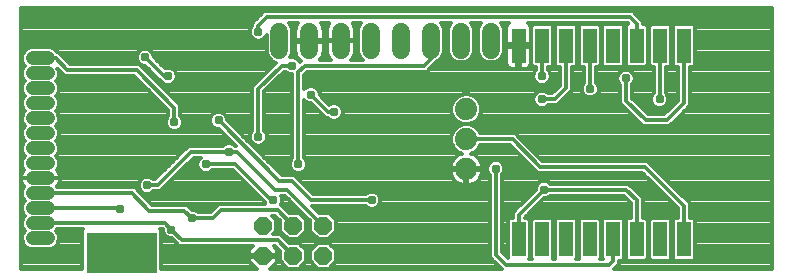
<source format=gbl>
G75*
%MOIN*%
%OFA0B0*%
%FSLAX25Y25*%
%IPPOS*%
%LPD*%
%AMOC8*
5,1,8,0,0,1.08239X$1,22.5*
%
%ADD10R,0.23622X0.13780*%
%ADD11OC8,0.06000*%
%ADD12C,0.04756*%
%ADD13C,0.06000*%
%ADD14R,0.04724X0.11811*%
%ADD15C,0.07400*%
%ADD16C,0.01400*%
%ADD17C,0.02800*%
%ADD18C,0.03100*%
D10*
X0053210Y0016232D03*
D11*
X0100406Y0015167D03*
X0110406Y0015167D03*
X0120406Y0015167D03*
X0120406Y0025167D03*
X0110406Y0025167D03*
X0100406Y0025167D03*
D12*
X0028471Y0025957D02*
X0023715Y0025957D01*
X0023715Y0020957D02*
X0028471Y0020957D01*
X0028471Y0030957D02*
X0023715Y0030957D01*
X0023715Y0035957D02*
X0028471Y0035957D01*
X0028471Y0040957D02*
X0023715Y0040957D01*
X0023715Y0045957D02*
X0028471Y0045957D01*
X0028471Y0050957D02*
X0023715Y0050957D01*
X0023715Y0055957D02*
X0028471Y0055957D01*
X0028471Y0060957D02*
X0023715Y0060957D01*
X0023715Y0065957D02*
X0028471Y0065957D01*
X0028471Y0070957D02*
X0023715Y0070957D01*
X0023715Y0075957D02*
X0028471Y0075957D01*
X0028471Y0080957D02*
X0023715Y0080957D01*
D13*
X0105779Y0083777D02*
X0105779Y0089777D01*
X0115779Y0089777D02*
X0115779Y0083777D01*
X0126280Y0083922D02*
X0126280Y0089922D01*
X0136280Y0089922D02*
X0136280Y0083922D01*
X0146280Y0083922D02*
X0146280Y0089922D01*
X0156280Y0089922D02*
X0156280Y0083922D01*
X0166280Y0083922D02*
X0166280Y0089922D01*
X0176280Y0089922D02*
X0176280Y0083922D01*
D14*
X0185497Y0085212D03*
X0193371Y0085212D03*
X0201245Y0085212D03*
X0209119Y0085212D03*
X0216993Y0085212D03*
X0224867Y0085212D03*
X0232741Y0085212D03*
X0240615Y0085212D03*
X0240615Y0020645D03*
X0232741Y0020645D03*
X0224867Y0020645D03*
X0216993Y0020645D03*
X0209119Y0020645D03*
X0201245Y0020645D03*
X0193371Y0020645D03*
X0185497Y0020645D03*
D15*
X0168080Y0044022D03*
X0168080Y0054022D03*
X0168080Y0064022D03*
D16*
X0019612Y0097741D02*
X0019612Y0010685D01*
X0040099Y0010685D01*
X0040099Y0023660D01*
X0040396Y0023957D01*
X0031623Y0023957D01*
X0031589Y0023874D01*
X0031172Y0023457D01*
X0031589Y0023041D01*
X0032149Y0021689D01*
X0032149Y0020226D01*
X0031589Y0018874D01*
X0030554Y0017839D01*
X0029202Y0017279D01*
X0022983Y0017279D01*
X0021631Y0017839D01*
X0020597Y0018874D01*
X0020037Y0020226D01*
X0020037Y0021689D01*
X0020597Y0023041D01*
X0021013Y0023457D01*
X0020597Y0023874D01*
X0020037Y0025226D01*
X0020037Y0026689D01*
X0020597Y0028041D01*
X0021013Y0028457D01*
X0020597Y0028874D01*
X0020037Y0030226D01*
X0020037Y0031689D01*
X0020597Y0033041D01*
X0021013Y0033457D01*
X0020597Y0033874D01*
X0020037Y0035226D01*
X0020037Y0036689D01*
X0020597Y0038041D01*
X0020730Y0038174D01*
X0020604Y0038301D01*
X0020227Y0038820D01*
X0019935Y0039392D01*
X0019737Y0040002D01*
X0019637Y0040636D01*
X0019637Y0040957D01*
X0026092Y0040957D01*
X0026092Y0040957D01*
X0019637Y0040957D01*
X0019637Y0041278D01*
X0019737Y0041912D01*
X0019935Y0042523D01*
X0020227Y0043095D01*
X0020604Y0043614D01*
X0020730Y0043740D01*
X0020597Y0043874D01*
X0020037Y0045226D01*
X0020037Y0046689D01*
X0020597Y0048041D01*
X0021013Y0048457D01*
X0020597Y0048874D01*
X0020037Y0050226D01*
X0020037Y0051689D01*
X0020597Y0053041D01*
X0021013Y0053457D01*
X0020597Y0053874D01*
X0020037Y0055226D01*
X0020037Y0056689D01*
X0020597Y0058041D01*
X0021013Y0058457D01*
X0020597Y0058874D01*
X0020037Y0060226D01*
X0020037Y0061689D01*
X0020597Y0063041D01*
X0021013Y0063457D01*
X0020597Y0063874D01*
X0020037Y0065226D01*
X0020037Y0066689D01*
X0020597Y0068041D01*
X0021013Y0068457D01*
X0020597Y0068874D01*
X0020037Y0070226D01*
X0020037Y0071689D01*
X0020597Y0073041D01*
X0021013Y0073457D01*
X0020597Y0073874D01*
X0020037Y0075226D01*
X0020037Y0076689D01*
X0020597Y0078041D01*
X0021013Y0078457D01*
X0020597Y0078874D01*
X0020037Y0080226D01*
X0020037Y0081689D01*
X0020597Y0083041D01*
X0021631Y0084075D01*
X0022983Y0084635D01*
X0029202Y0084635D01*
X0030554Y0084075D01*
X0031589Y0083041D01*
X0031623Y0082957D01*
X0032073Y0082957D01*
X0035908Y0079122D01*
X0059008Y0079122D01*
X0071608Y0066522D01*
X0072780Y0065350D01*
X0072780Y0061652D01*
X0073196Y0061236D01*
X0073630Y0060189D01*
X0073630Y0059055D01*
X0073196Y0058007D01*
X0072394Y0057206D01*
X0071347Y0056772D01*
X0070213Y0056772D01*
X0069166Y0057206D01*
X0068364Y0058007D01*
X0067930Y0059055D01*
X0067930Y0060189D01*
X0068364Y0061236D01*
X0068780Y0061652D01*
X0068780Y0063693D01*
X0057352Y0075122D01*
X0034252Y0075122D01*
X0033080Y0076293D01*
X0031769Y0077604D01*
X0032149Y0076689D01*
X0032149Y0075226D01*
X0031589Y0073874D01*
X0031172Y0073457D01*
X0031589Y0073041D01*
X0032149Y0071689D01*
X0032149Y0070226D01*
X0031589Y0068874D01*
X0031172Y0068457D01*
X0031589Y0068041D01*
X0032149Y0066689D01*
X0032149Y0065226D01*
X0031589Y0063874D01*
X0031172Y0063457D01*
X0031589Y0063041D01*
X0032149Y0061689D01*
X0032149Y0060226D01*
X0031589Y0058874D01*
X0031172Y0058457D01*
X0031589Y0058041D01*
X0032149Y0056689D01*
X0032149Y0055226D01*
X0031589Y0053874D01*
X0031172Y0053457D01*
X0031589Y0053041D01*
X0032149Y0051689D01*
X0032149Y0050226D01*
X0031589Y0048874D01*
X0031172Y0048457D01*
X0031589Y0048041D01*
X0032149Y0046689D01*
X0032149Y0045226D01*
X0031589Y0043874D01*
X0031455Y0043740D01*
X0031581Y0043614D01*
X0031958Y0043095D01*
X0032250Y0042523D01*
X0032448Y0041912D01*
X0032549Y0041278D01*
X0032549Y0040957D01*
X0026093Y0040957D01*
X0026093Y0040957D01*
X0032549Y0040957D01*
X0032549Y0040636D01*
X0032448Y0040002D01*
X0032250Y0039392D01*
X0031958Y0038820D01*
X0031581Y0038301D01*
X0031455Y0038174D01*
X0031589Y0038041D01*
X0031623Y0037957D01*
X0057473Y0037957D01*
X0063208Y0032222D01*
X0074808Y0032222D01*
X0076558Y0030472D01*
X0077147Y0030472D01*
X0078194Y0030038D01*
X0078611Y0029622D01*
X0082752Y0029622D01*
X0085452Y0032322D01*
X0100980Y0032322D01*
X0100980Y0032793D01*
X0100909Y0032964D01*
X0090252Y0043622D01*
X0083311Y0043622D01*
X0082894Y0043206D01*
X0081847Y0042772D01*
X0080713Y0042772D01*
X0079666Y0043206D01*
X0078864Y0044007D01*
X0078430Y0045055D01*
X0078430Y0046189D01*
X0078864Y0047236D01*
X0079450Y0047822D01*
X0077208Y0047822D01*
X0066008Y0036622D01*
X0063711Y0036622D01*
X0063294Y0036206D01*
X0062247Y0035772D01*
X0061113Y0035772D01*
X0060066Y0036206D01*
X0059264Y0037007D01*
X0058830Y0038055D01*
X0058830Y0039189D01*
X0059264Y0040236D01*
X0060066Y0041038D01*
X0061113Y0041472D01*
X0062247Y0041472D01*
X0063294Y0041038D01*
X0063711Y0040622D01*
X0064352Y0040622D01*
X0074380Y0050650D01*
X0075552Y0051822D01*
X0086950Y0051822D01*
X0087366Y0052238D01*
X0088413Y0052672D01*
X0089547Y0052672D01*
X0090594Y0052238D01*
X0091011Y0051822D01*
X0091152Y0051822D01*
X0085502Y0057472D01*
X0084913Y0057472D01*
X0083866Y0057906D01*
X0083064Y0058707D01*
X0082630Y0059755D01*
X0082630Y0060889D01*
X0083064Y0061936D01*
X0083866Y0062738D01*
X0084913Y0063172D01*
X0086047Y0063172D01*
X0087094Y0062738D01*
X0087896Y0061936D01*
X0088330Y0060889D01*
X0088330Y0060300D01*
X0106608Y0042022D01*
X0110808Y0042022D01*
X0111980Y0040850D01*
X0117108Y0035722D01*
X0134550Y0035722D01*
X0134966Y0036138D01*
X0136013Y0036572D01*
X0137147Y0036572D01*
X0138194Y0036138D01*
X0138996Y0035336D01*
X0139430Y0034289D01*
X0139430Y0033155D01*
X0138996Y0032107D01*
X0138194Y0031306D01*
X0137147Y0030872D01*
X0136013Y0030872D01*
X0134966Y0031306D01*
X0134550Y0031722D01*
X0116679Y0031722D01*
X0118934Y0029467D01*
X0122187Y0029467D01*
X0124706Y0026948D01*
X0124706Y0023386D01*
X0122187Y0020867D01*
X0118625Y0020867D01*
X0116106Y0023386D01*
X0116106Y0026638D01*
X0107522Y0035222D01*
X0106143Y0035222D01*
X0106530Y0034289D01*
X0106530Y0033155D01*
X0106154Y0032247D01*
X0107251Y0031150D01*
X0107251Y0031150D01*
X0108934Y0029467D01*
X0112187Y0029467D01*
X0114706Y0026948D01*
X0114706Y0023386D01*
X0112187Y0020867D01*
X0108625Y0020867D01*
X0106106Y0023386D01*
X0106106Y0026638D01*
X0104422Y0028322D01*
X0103332Y0028322D01*
X0104706Y0026948D01*
X0104706Y0023386D01*
X0103742Y0022422D01*
X0105979Y0022422D01*
X0107151Y0021250D01*
X0108934Y0019467D01*
X0112187Y0019467D01*
X0114706Y0016948D01*
X0114706Y0013386D01*
X0112187Y0010867D01*
X0108625Y0010867D01*
X0106106Y0013386D01*
X0106106Y0016638D01*
X0104322Y0018422D01*
X0103798Y0018422D01*
X0105106Y0017113D01*
X0105106Y0015467D01*
X0100706Y0015467D01*
X0100706Y0014867D01*
X0105106Y0014867D01*
X0105106Y0013220D01*
X0102571Y0010685D01*
X0179889Y0010685D01*
X0177052Y0013522D01*
X0175880Y0014693D01*
X0175880Y0042191D01*
X0175464Y0042607D01*
X0175030Y0043655D01*
X0175030Y0044789D01*
X0175464Y0045836D01*
X0176266Y0046638D01*
X0177313Y0047072D01*
X0178447Y0047072D01*
X0179494Y0046638D01*
X0180296Y0045836D01*
X0180730Y0044789D01*
X0180730Y0043655D01*
X0180296Y0042607D01*
X0179880Y0042191D01*
X0179880Y0016350D01*
X0181834Y0014396D01*
X0181834Y0027089D01*
X0182596Y0027850D01*
X0183497Y0027850D01*
X0183497Y0029567D01*
X0184668Y0030738D01*
X0191130Y0037200D01*
X0191130Y0037789D01*
X0191564Y0038836D01*
X0192366Y0039638D01*
X0193413Y0040072D01*
X0194547Y0040072D01*
X0195594Y0039638D01*
X0196011Y0039222D01*
X0222108Y0039222D01*
X0223280Y0038050D01*
X0226867Y0034464D01*
X0226867Y0027850D01*
X0227767Y0027850D01*
X0228529Y0027089D01*
X0228529Y0014201D01*
X0227767Y0013439D01*
X0221966Y0013439D01*
X0221204Y0014201D01*
X0221204Y0027089D01*
X0221966Y0027850D01*
X0222867Y0027850D01*
X0222867Y0032807D01*
X0220452Y0035222D01*
X0196011Y0035222D01*
X0195594Y0034806D01*
X0194547Y0034372D01*
X0193958Y0034372D01*
X0187497Y0027910D01*
X0187497Y0027850D01*
X0188397Y0027850D01*
X0189159Y0027089D01*
X0189159Y0014201D01*
X0188980Y0014022D01*
X0189887Y0014022D01*
X0189708Y0014201D01*
X0189708Y0027089D01*
X0190470Y0027850D01*
X0196271Y0027850D01*
X0197033Y0027089D01*
X0197033Y0014201D01*
X0196854Y0014022D01*
X0197761Y0014022D01*
X0197582Y0014201D01*
X0197582Y0027089D01*
X0198344Y0027850D01*
X0204145Y0027850D01*
X0204907Y0027089D01*
X0204907Y0014201D01*
X0204728Y0014022D01*
X0205635Y0014022D01*
X0205456Y0014201D01*
X0205456Y0027089D01*
X0206218Y0027850D01*
X0212019Y0027850D01*
X0212781Y0027089D01*
X0212781Y0014201D01*
X0212602Y0014022D01*
X0213509Y0014022D01*
X0213330Y0014201D01*
X0213330Y0027089D01*
X0214092Y0027850D01*
X0219893Y0027850D01*
X0220655Y0027089D01*
X0220655Y0014201D01*
X0219893Y0013439D01*
X0218993Y0013439D01*
X0218993Y0012506D01*
X0217821Y0011334D01*
X0217171Y0010685D01*
X0270054Y0010685D01*
X0270054Y0097741D01*
X0019612Y0097741D01*
X0019612Y0096888D02*
X0270054Y0096888D01*
X0270054Y0095489D02*
X0224641Y0095489D01*
X0225695Y0094435D02*
X0223508Y0096622D01*
X0100752Y0096622D01*
X0096780Y0092650D01*
X0096780Y0091752D01*
X0096364Y0091336D01*
X0095930Y0090289D01*
X0095930Y0089155D01*
X0096364Y0088107D01*
X0097166Y0087306D01*
X0098213Y0086872D01*
X0099347Y0086872D01*
X0100394Y0087306D01*
X0101196Y0088107D01*
X0101479Y0088791D01*
X0101479Y0082922D01*
X0102134Y0081341D01*
X0103343Y0080132D01*
X0104700Y0079570D01*
X0097952Y0072822D01*
X0096780Y0071650D01*
X0096780Y0056752D01*
X0096364Y0056336D01*
X0095930Y0055289D01*
X0095930Y0054155D01*
X0096364Y0053107D01*
X0097166Y0052306D01*
X0098213Y0051872D01*
X0099347Y0051872D01*
X0100394Y0052306D01*
X0101196Y0053107D01*
X0101630Y0054155D01*
X0101630Y0055289D01*
X0101196Y0056336D01*
X0100780Y0056752D01*
X0100780Y0069993D01*
X0107308Y0076522D01*
X0107950Y0076522D01*
X0108366Y0076106D01*
X0109413Y0075672D01*
X0110080Y0075672D01*
X0110080Y0047652D01*
X0109664Y0047236D01*
X0109230Y0046189D01*
X0109230Y0045055D01*
X0109664Y0044007D01*
X0110466Y0043206D01*
X0111513Y0042772D01*
X0112647Y0042772D01*
X0113694Y0043206D01*
X0114496Y0044007D01*
X0114930Y0045055D01*
X0114930Y0046189D01*
X0114496Y0047236D01*
X0114080Y0047652D01*
X0114080Y0066991D01*
X0114666Y0066406D01*
X0115713Y0065972D01*
X0116302Y0065972D01*
X0121152Y0061122D01*
X0121950Y0061122D01*
X0122366Y0060706D01*
X0123413Y0060272D01*
X0124547Y0060272D01*
X0125594Y0060706D01*
X0126396Y0061507D01*
X0126830Y0062555D01*
X0126830Y0063689D01*
X0126396Y0064736D01*
X0125594Y0065538D01*
X0124547Y0065972D01*
X0123413Y0065972D01*
X0122384Y0065546D01*
X0119130Y0068800D01*
X0119130Y0069389D01*
X0118696Y0070436D01*
X0117894Y0071238D01*
X0116847Y0071672D01*
X0115713Y0071672D01*
X0114666Y0071238D01*
X0114080Y0070652D01*
X0114080Y0075593D01*
X0115008Y0076522D01*
X0154908Y0076522D01*
X0157108Y0078722D01*
X0158280Y0079893D01*
X0158280Y0080096D01*
X0158716Y0080276D01*
X0159925Y0081486D01*
X0160580Y0083066D01*
X0160580Y0090777D01*
X0159925Y0092358D01*
X0159661Y0092622D01*
X0162899Y0092622D01*
X0162635Y0092358D01*
X0161980Y0090777D01*
X0161980Y0083066D01*
X0162635Y0081486D01*
X0163844Y0080276D01*
X0165425Y0079622D01*
X0167135Y0079622D01*
X0168716Y0080276D01*
X0169925Y0081486D01*
X0170580Y0083066D01*
X0170580Y0090777D01*
X0169925Y0092358D01*
X0169661Y0092622D01*
X0172899Y0092622D01*
X0172635Y0092358D01*
X0171980Y0090777D01*
X0171980Y0083066D01*
X0172635Y0081486D01*
X0173844Y0080276D01*
X0175425Y0079622D01*
X0177135Y0079622D01*
X0178716Y0080276D01*
X0179925Y0081486D01*
X0180580Y0083066D01*
X0180580Y0090777D01*
X0179925Y0092358D01*
X0179661Y0092622D01*
X0182341Y0092622D01*
X0182091Y0092477D01*
X0181774Y0092161D01*
X0181550Y0091773D01*
X0181434Y0091341D01*
X0181434Y0085693D01*
X0185015Y0085693D01*
X0185015Y0084730D01*
X0185978Y0084730D01*
X0185978Y0085693D01*
X0189559Y0085693D01*
X0189559Y0091341D01*
X0189443Y0091773D01*
X0189219Y0092161D01*
X0188903Y0092477D01*
X0188652Y0092622D01*
X0221852Y0092622D01*
X0222056Y0092417D01*
X0221966Y0092417D01*
X0221204Y0091656D01*
X0221204Y0078768D01*
X0221966Y0078006D01*
X0227767Y0078006D01*
X0228529Y0078768D01*
X0228529Y0091656D01*
X0227767Y0092417D01*
X0226867Y0092417D01*
X0226867Y0093264D01*
X0225695Y0094435D01*
X0226039Y0094091D02*
X0270054Y0094091D01*
X0270054Y0092692D02*
X0226867Y0092692D01*
X0224867Y0092435D02*
X0224867Y0085212D01*
X0228529Y0085700D02*
X0229078Y0085700D01*
X0229078Y0087098D02*
X0228529Y0087098D01*
X0228529Y0088497D02*
X0229078Y0088497D01*
X0229078Y0089895D02*
X0228529Y0089895D01*
X0228529Y0091294D02*
X0229078Y0091294D01*
X0229078Y0091656D02*
X0229078Y0078768D01*
X0229840Y0078006D01*
X0230480Y0078006D01*
X0230480Y0069352D01*
X0230064Y0068936D01*
X0229630Y0067889D01*
X0229630Y0066755D01*
X0230064Y0065707D01*
X0230866Y0064906D01*
X0231913Y0064472D01*
X0233047Y0064472D01*
X0234094Y0064906D01*
X0234896Y0065707D01*
X0235330Y0066755D01*
X0235330Y0067889D01*
X0234896Y0068936D01*
X0234480Y0069352D01*
X0234480Y0078006D01*
X0235641Y0078006D01*
X0236403Y0078768D01*
X0236403Y0091656D01*
X0235641Y0092417D01*
X0229840Y0092417D01*
X0229078Y0091656D01*
X0224867Y0092435D02*
X0222680Y0094622D01*
X0101580Y0094622D01*
X0098780Y0091822D01*
X0098780Y0089722D01*
X0096203Y0088497D02*
X0019612Y0088497D01*
X0019612Y0087098D02*
X0097666Y0087098D01*
X0099894Y0087098D02*
X0101479Y0087098D01*
X0101479Y0085700D02*
X0019612Y0085700D01*
X0019612Y0084301D02*
X0022177Y0084301D01*
X0020540Y0082903D02*
X0019612Y0082903D01*
X0019612Y0081504D02*
X0020037Y0081504D01*
X0020086Y0080106D02*
X0019612Y0080106D01*
X0019612Y0078707D02*
X0020763Y0078707D01*
X0020294Y0077309D02*
X0019612Y0077309D01*
X0019612Y0075910D02*
X0020037Y0075910D01*
X0020332Y0074512D02*
X0019612Y0074512D01*
X0019612Y0073113D02*
X0020669Y0073113D01*
X0020047Y0071715D02*
X0019612Y0071715D01*
X0019612Y0070316D02*
X0020037Y0070316D01*
X0019612Y0068918D02*
X0020578Y0068918D01*
X0020381Y0067519D02*
X0019612Y0067519D01*
X0019612Y0066121D02*
X0020037Y0066121D01*
X0020245Y0064722D02*
X0019612Y0064722D01*
X0019612Y0063324D02*
X0020880Y0063324D01*
X0020135Y0061925D02*
X0019612Y0061925D01*
X0019612Y0060527D02*
X0020037Y0060527D01*
X0019612Y0059128D02*
X0020491Y0059128D01*
X0020468Y0057730D02*
X0019612Y0057730D01*
X0019612Y0056331D02*
X0020037Y0056331D01*
X0020158Y0054933D02*
X0019612Y0054933D01*
X0019612Y0053534D02*
X0020936Y0053534D01*
X0020222Y0052136D02*
X0019612Y0052136D01*
X0019612Y0050737D02*
X0020037Y0050737D01*
X0020404Y0049339D02*
X0019612Y0049339D01*
X0019612Y0047940D02*
X0020555Y0047940D01*
X0020037Y0046542D02*
X0019612Y0046542D01*
X0019612Y0045143D02*
X0020071Y0045143D01*
X0019612Y0043745D02*
X0020726Y0043745D01*
X0019878Y0042346D02*
X0019612Y0042346D01*
X0019612Y0040948D02*
X0019637Y0040948D01*
X0019612Y0039549D02*
X0019884Y0039549D01*
X0019612Y0038151D02*
X0020707Y0038151D01*
X0020063Y0036752D02*
X0019612Y0036752D01*
X0019612Y0035354D02*
X0020037Y0035354D01*
X0019612Y0033955D02*
X0020563Y0033955D01*
X0020396Y0032556D02*
X0019612Y0032556D01*
X0019612Y0031158D02*
X0020037Y0031158D01*
X0020230Y0029759D02*
X0019612Y0029759D01*
X0019612Y0028361D02*
X0020917Y0028361D01*
X0020150Y0026962D02*
X0019612Y0026962D01*
X0019612Y0025564D02*
X0020037Y0025564D01*
X0019612Y0024165D02*
X0020476Y0024165D01*
X0020483Y0022767D02*
X0019612Y0022767D01*
X0019612Y0021368D02*
X0020037Y0021368D01*
X0020143Y0019970D02*
X0019612Y0019970D01*
X0019612Y0018571D02*
X0020899Y0018571D01*
X0019612Y0017173D02*
X0040099Y0017173D01*
X0040099Y0018571D02*
X0031286Y0018571D01*
X0032043Y0019970D02*
X0040099Y0019970D01*
X0040099Y0021368D02*
X0032149Y0021368D01*
X0031702Y0022767D02*
X0040099Y0022767D01*
X0026093Y0025957D02*
X0067645Y0025957D01*
X0069780Y0023822D01*
X0073180Y0020422D01*
X0105151Y0020422D01*
X0110406Y0015167D01*
X0106106Y0015774D02*
X0105106Y0015774D01*
X0105106Y0014376D02*
X0106106Y0014376D01*
X0106514Y0012977D02*
X0104863Y0012977D01*
X0103465Y0011579D02*
X0107913Y0011579D01*
X0112899Y0011579D02*
X0117913Y0011579D01*
X0118625Y0010867D02*
X0122187Y0010867D01*
X0124706Y0013386D01*
X0124706Y0016948D01*
X0122187Y0019467D01*
X0118625Y0019467D01*
X0116106Y0016948D01*
X0116106Y0013386D01*
X0118625Y0010867D01*
X0116514Y0012977D02*
X0114298Y0012977D01*
X0114706Y0014376D02*
X0116106Y0014376D01*
X0116106Y0015774D02*
X0114706Y0015774D01*
X0114481Y0017173D02*
X0116331Y0017173D01*
X0117730Y0018571D02*
X0113082Y0018571D01*
X0108431Y0019970D02*
X0175880Y0019970D01*
X0175880Y0021368D02*
X0122689Y0021368D01*
X0124087Y0022767D02*
X0175880Y0022767D01*
X0179880Y0022767D02*
X0181834Y0022767D01*
X0181834Y0021368D02*
X0179880Y0021368D01*
X0179880Y0019970D02*
X0181834Y0019970D01*
X0185497Y0020645D02*
X0185497Y0028738D01*
X0193980Y0037222D01*
X0221280Y0037222D01*
X0224867Y0033635D01*
X0224867Y0020645D01*
X0228529Y0019970D02*
X0229078Y0019970D01*
X0229078Y0021368D02*
X0228529Y0021368D01*
X0228529Y0022767D02*
X0229078Y0022767D01*
X0229078Y0024165D02*
X0228529Y0024165D01*
X0228529Y0025564D02*
X0229078Y0025564D01*
X0229078Y0026962D02*
X0228529Y0026962D01*
X0229078Y0027089D02*
X0229840Y0027850D01*
X0235641Y0027850D01*
X0236403Y0027089D01*
X0236403Y0014201D01*
X0235641Y0013439D01*
X0229840Y0013439D01*
X0229078Y0014201D01*
X0229078Y0027089D01*
X0226867Y0028361D02*
X0238615Y0028361D01*
X0238615Y0027850D02*
X0237714Y0027850D01*
X0236952Y0027089D01*
X0236952Y0014201D01*
X0237714Y0013439D01*
X0243515Y0013439D01*
X0244277Y0014201D01*
X0244277Y0027089D01*
X0243515Y0027850D01*
X0242615Y0027850D01*
X0242615Y0032716D01*
X0228408Y0046922D01*
X0193408Y0046922D01*
X0184308Y0056022D01*
X0172664Y0056022D01*
X0172319Y0056854D01*
X0170912Y0058261D01*
X0169075Y0059022D01*
X0170912Y0059783D01*
X0172319Y0061189D01*
X0173080Y0063027D01*
X0173080Y0065016D01*
X0172319Y0066854D01*
X0170912Y0068261D01*
X0169075Y0069022D01*
X0167085Y0069022D01*
X0165248Y0068261D01*
X0163841Y0066854D01*
X0163080Y0065016D01*
X0163080Y0063027D01*
X0163841Y0061189D01*
X0165248Y0059783D01*
X0167085Y0059022D01*
X0169075Y0059022D01*
X0167085Y0059022D01*
X0165248Y0058261D01*
X0163841Y0056854D01*
X0163080Y0055016D01*
X0163080Y0053027D01*
X0163841Y0051189D01*
X0165248Y0049783D01*
X0166606Y0049221D01*
X0166007Y0049026D01*
X0165250Y0048640D01*
X0164562Y0048141D01*
X0163961Y0047540D01*
X0163462Y0046852D01*
X0163076Y0046095D01*
X0162813Y0045286D01*
X0162680Y0044447D01*
X0162680Y0044322D01*
X0167780Y0044322D01*
X0167780Y0043722D01*
X0162680Y0043722D01*
X0162680Y0043597D01*
X0162813Y0042757D01*
X0163076Y0041949D01*
X0163462Y0041192D01*
X0163961Y0040504D01*
X0164562Y0039903D01*
X0165250Y0039403D01*
X0166007Y0039017D01*
X0166816Y0038755D01*
X0167655Y0038622D01*
X0167780Y0038622D01*
X0167780Y0043722D01*
X0168380Y0043722D01*
X0168380Y0044322D01*
X0173480Y0044322D01*
X0173480Y0044447D01*
X0173347Y0045286D01*
X0173084Y0046095D01*
X0172698Y0046852D01*
X0172199Y0047540D01*
X0171598Y0048141D01*
X0170910Y0048640D01*
X0170153Y0049026D01*
X0169555Y0049221D01*
X0170912Y0049783D01*
X0172319Y0051189D01*
X0172664Y0052022D01*
X0182652Y0052022D01*
X0190580Y0044093D01*
X0191752Y0042922D01*
X0226752Y0042922D01*
X0238615Y0031059D01*
X0238615Y0027850D01*
X0236952Y0026962D02*
X0236403Y0026962D01*
X0236403Y0025564D02*
X0236952Y0025564D01*
X0236952Y0024165D02*
X0236403Y0024165D01*
X0236403Y0022767D02*
X0236952Y0022767D01*
X0236952Y0021368D02*
X0236403Y0021368D01*
X0236403Y0019970D02*
X0236952Y0019970D01*
X0236952Y0018571D02*
X0236403Y0018571D01*
X0236403Y0017173D02*
X0236952Y0017173D01*
X0236952Y0015774D02*
X0236403Y0015774D01*
X0236403Y0014376D02*
X0236952Y0014376D01*
X0229078Y0014376D02*
X0228529Y0014376D01*
X0228529Y0015774D02*
X0229078Y0015774D01*
X0229078Y0017173D02*
X0228529Y0017173D01*
X0228529Y0018571D02*
X0229078Y0018571D01*
X0221204Y0018571D02*
X0220655Y0018571D01*
X0220655Y0017173D02*
X0221204Y0017173D01*
X0221204Y0015774D02*
X0220655Y0015774D01*
X0220655Y0014376D02*
X0221204Y0014376D01*
X0218993Y0012977D02*
X0270054Y0012977D01*
X0270054Y0011579D02*
X0218065Y0011579D01*
X0216993Y0013334D02*
X0215680Y0012022D01*
X0181380Y0012022D01*
X0177880Y0015522D01*
X0177880Y0044222D01*
X0175177Y0045143D02*
X0173370Y0045143D01*
X0172857Y0046542D02*
X0176169Y0046542D01*
X0179591Y0046542D02*
X0188132Y0046542D01*
X0186733Y0047940D02*
X0171798Y0047940D01*
X0169839Y0049339D02*
X0185335Y0049339D01*
X0183936Y0050737D02*
X0171866Y0050737D01*
X0166321Y0049339D02*
X0114080Y0049339D01*
X0114080Y0050737D02*
X0164294Y0050737D01*
X0163449Y0052136D02*
X0114080Y0052136D01*
X0114080Y0053534D02*
X0163080Y0053534D01*
X0168080Y0054022D02*
X0183480Y0054022D01*
X0192580Y0044922D01*
X0227580Y0044922D01*
X0240615Y0031887D01*
X0240615Y0020645D01*
X0244277Y0019970D02*
X0270054Y0019970D01*
X0270054Y0021368D02*
X0244277Y0021368D01*
X0244277Y0022767D02*
X0270054Y0022767D01*
X0270054Y0024165D02*
X0244277Y0024165D01*
X0244277Y0025564D02*
X0270054Y0025564D01*
X0270054Y0026962D02*
X0244277Y0026962D01*
X0242615Y0028361D02*
X0270054Y0028361D01*
X0270054Y0029759D02*
X0242615Y0029759D01*
X0242615Y0031158D02*
X0270054Y0031158D01*
X0270054Y0032556D02*
X0242615Y0032556D01*
X0238515Y0031158D02*
X0226867Y0031158D01*
X0226867Y0032556D02*
X0237117Y0032556D01*
X0235718Y0033955D02*
X0226867Y0033955D01*
X0225977Y0035354D02*
X0234320Y0035354D01*
X0232921Y0036752D02*
X0224578Y0036752D01*
X0223180Y0038151D02*
X0231523Y0038151D01*
X0230124Y0039549D02*
X0195683Y0039549D01*
X0192277Y0039549D02*
X0179880Y0039549D01*
X0179880Y0040948D02*
X0228726Y0040948D01*
X0227327Y0042346D02*
X0180035Y0042346D01*
X0180730Y0043745D02*
X0190929Y0043745D01*
X0189530Y0045143D02*
X0180583Y0045143D01*
X0175030Y0043745D02*
X0168380Y0043745D01*
X0168380Y0043722D02*
X0173480Y0043722D01*
X0173480Y0043597D01*
X0173347Y0042757D01*
X0173084Y0041949D01*
X0172698Y0041192D01*
X0172199Y0040504D01*
X0171598Y0039903D01*
X0170910Y0039403D01*
X0170153Y0039017D01*
X0169345Y0038755D01*
X0168505Y0038622D01*
X0168380Y0038622D01*
X0168380Y0043722D01*
X0167780Y0043745D02*
X0114233Y0043745D01*
X0109927Y0043745D02*
X0104886Y0043745D01*
X0106284Y0042346D02*
X0162947Y0042346D01*
X0163639Y0040948D02*
X0111883Y0040948D01*
X0113281Y0039549D02*
X0165049Y0039549D01*
X0167780Y0039549D02*
X0168380Y0039549D01*
X0168380Y0040948D02*
X0167780Y0040948D01*
X0167780Y0042346D02*
X0168380Y0042346D01*
X0171111Y0039549D02*
X0175880Y0039549D01*
X0175880Y0040948D02*
X0172521Y0040948D01*
X0173213Y0042346D02*
X0175725Y0042346D01*
X0175880Y0038151D02*
X0114680Y0038151D01*
X0116078Y0036752D02*
X0175880Y0036752D01*
X0175880Y0035354D02*
X0138979Y0035354D01*
X0139430Y0033955D02*
X0175880Y0033955D01*
X0179880Y0033955D02*
X0187885Y0033955D01*
X0189283Y0035354D02*
X0179880Y0035354D01*
X0179880Y0036752D02*
X0190682Y0036752D01*
X0191280Y0038151D02*
X0179880Y0038151D01*
X0179880Y0032556D02*
X0186486Y0032556D01*
X0185088Y0031158D02*
X0179880Y0031158D01*
X0179880Y0029759D02*
X0183689Y0029759D01*
X0183497Y0028361D02*
X0179880Y0028361D01*
X0179880Y0026962D02*
X0181834Y0026962D01*
X0181834Y0025564D02*
X0179880Y0025564D01*
X0179880Y0024165D02*
X0181834Y0024165D01*
X0175880Y0024165D02*
X0124706Y0024165D01*
X0124706Y0025564D02*
X0175880Y0025564D01*
X0175880Y0026962D02*
X0124691Y0026962D01*
X0123293Y0028361D02*
X0175880Y0028361D01*
X0175880Y0029759D02*
X0118642Y0029759D01*
X0117243Y0031158D02*
X0135322Y0031158D01*
X0137838Y0031158D02*
X0175880Y0031158D01*
X0175880Y0032556D02*
X0139182Y0032556D01*
X0136580Y0033722D02*
X0116280Y0033722D01*
X0109980Y0040022D01*
X0105780Y0040022D01*
X0085480Y0060322D01*
X0082630Y0060527D02*
X0073490Y0060527D01*
X0072780Y0061925D02*
X0083059Y0061925D01*
X0087901Y0061925D02*
X0096780Y0061925D01*
X0096780Y0060527D02*
X0088330Y0060527D01*
X0089502Y0059128D02*
X0096780Y0059128D01*
X0096780Y0057730D02*
X0090901Y0057730D01*
X0092299Y0056331D02*
X0096362Y0056331D01*
X0095930Y0054933D02*
X0093698Y0054933D01*
X0095096Y0053534D02*
X0096187Y0053534D01*
X0096495Y0052136D02*
X0097576Y0052136D01*
X0097893Y0050737D02*
X0110080Y0050737D01*
X0110080Y0049339D02*
X0099292Y0049339D01*
X0100690Y0047940D02*
X0110080Y0047940D01*
X0109376Y0046542D02*
X0102089Y0046542D01*
X0103487Y0045143D02*
X0109230Y0045143D01*
X0112080Y0045622D02*
X0112080Y0076422D01*
X0114180Y0078522D01*
X0154080Y0078522D01*
X0156280Y0080722D01*
X0156280Y0086922D01*
X0160580Y0087098D02*
X0161980Y0087098D01*
X0161980Y0085700D02*
X0160580Y0085700D01*
X0160580Y0084301D02*
X0161980Y0084301D01*
X0162048Y0082903D02*
X0160512Y0082903D01*
X0159933Y0081504D02*
X0162627Y0081504D01*
X0164256Y0080106D02*
X0158304Y0080106D01*
X0157094Y0078707D02*
X0181535Y0078707D01*
X0181550Y0078650D02*
X0181774Y0078262D01*
X0182091Y0077946D01*
X0182478Y0077722D01*
X0182911Y0077606D01*
X0185015Y0077606D01*
X0185015Y0084730D01*
X0181434Y0084730D01*
X0181434Y0079082D01*
X0181550Y0078650D01*
X0185015Y0078707D02*
X0185978Y0078707D01*
X0185978Y0077606D02*
X0188083Y0077606D01*
X0188515Y0077722D01*
X0188903Y0077946D01*
X0189219Y0078262D01*
X0189443Y0078650D01*
X0189559Y0079082D01*
X0189559Y0084730D01*
X0185978Y0084730D01*
X0185978Y0077606D01*
X0189458Y0078707D02*
X0189769Y0078707D01*
X0189708Y0078768D02*
X0190470Y0078006D01*
X0191371Y0078006D01*
X0191371Y0077143D01*
X0190864Y0076636D01*
X0190430Y0075589D01*
X0190430Y0074455D01*
X0190864Y0073407D01*
X0191666Y0072606D01*
X0192713Y0072172D01*
X0193847Y0072172D01*
X0194894Y0072606D01*
X0195696Y0073407D01*
X0196130Y0074455D01*
X0196130Y0075589D01*
X0195696Y0076636D01*
X0195371Y0076962D01*
X0195371Y0078006D01*
X0196271Y0078006D01*
X0197033Y0078768D01*
X0197033Y0091656D01*
X0196271Y0092417D01*
X0190470Y0092417D01*
X0189708Y0091656D01*
X0189708Y0078768D01*
X0191371Y0077309D02*
X0155696Y0077309D01*
X0168304Y0080106D02*
X0174256Y0080106D01*
X0172627Y0081504D02*
X0169933Y0081504D01*
X0170512Y0082903D02*
X0172048Y0082903D01*
X0171980Y0084301D02*
X0170580Y0084301D01*
X0170580Y0085700D02*
X0171980Y0085700D01*
X0171980Y0087098D02*
X0170580Y0087098D01*
X0170580Y0088497D02*
X0171980Y0088497D01*
X0171980Y0089895D02*
X0170580Y0089895D01*
X0170366Y0091294D02*
X0172194Y0091294D01*
X0180366Y0091294D02*
X0181434Y0091294D01*
X0181434Y0089895D02*
X0180580Y0089895D01*
X0180580Y0088497D02*
X0181434Y0088497D01*
X0181434Y0087098D02*
X0180580Y0087098D01*
X0180580Y0085700D02*
X0181434Y0085700D01*
X0181434Y0084301D02*
X0180580Y0084301D01*
X0180512Y0082903D02*
X0181434Y0082903D01*
X0181434Y0081504D02*
X0179933Y0081504D01*
X0181434Y0080106D02*
X0178304Y0080106D01*
X0185015Y0080106D02*
X0185978Y0080106D01*
X0185978Y0081504D02*
X0185015Y0081504D01*
X0185015Y0082903D02*
X0185978Y0082903D01*
X0185978Y0084301D02*
X0185015Y0084301D01*
X0189559Y0084301D02*
X0189708Y0084301D01*
X0189708Y0082903D02*
X0189559Y0082903D01*
X0189559Y0081504D02*
X0189708Y0081504D01*
X0189708Y0080106D02*
X0189559Y0080106D01*
X0197033Y0080106D02*
X0197582Y0080106D01*
X0197582Y0081504D02*
X0197033Y0081504D01*
X0197033Y0082903D02*
X0197582Y0082903D01*
X0197582Y0084301D02*
X0197033Y0084301D01*
X0193371Y0085212D02*
X0193371Y0075112D01*
X0193280Y0075022D01*
X0190563Y0075910D02*
X0114397Y0075910D01*
X0114080Y0074512D02*
X0190430Y0074512D01*
X0191158Y0073113D02*
X0114080Y0073113D01*
X0114080Y0071715D02*
X0199045Y0071715D01*
X0199245Y0071915D02*
X0196652Y0069322D01*
X0195311Y0069322D01*
X0194894Y0069738D01*
X0193847Y0070172D01*
X0192713Y0070172D01*
X0191666Y0069738D01*
X0190864Y0068936D01*
X0190430Y0067889D01*
X0190430Y0066755D01*
X0190864Y0065707D01*
X0191666Y0064906D01*
X0192713Y0064472D01*
X0193847Y0064472D01*
X0194894Y0064906D01*
X0195311Y0065322D01*
X0198308Y0065322D01*
X0202073Y0069086D01*
X0203245Y0070258D01*
X0203245Y0078006D01*
X0204145Y0078006D01*
X0204907Y0078768D01*
X0204907Y0091656D01*
X0204145Y0092417D01*
X0198344Y0092417D01*
X0197582Y0091656D01*
X0197582Y0078768D01*
X0198344Y0078006D01*
X0199245Y0078006D01*
X0199245Y0071915D01*
X0199245Y0073113D02*
X0195402Y0073113D01*
X0196130Y0074512D02*
X0199245Y0074512D01*
X0199245Y0075910D02*
X0195997Y0075910D01*
X0195371Y0077309D02*
X0199245Y0077309D01*
X0197643Y0078707D02*
X0196973Y0078707D01*
X0203245Y0077309D02*
X0207380Y0077309D01*
X0207380Y0078006D02*
X0207380Y0072852D01*
X0206964Y0072436D01*
X0206530Y0071389D01*
X0206530Y0070255D01*
X0206964Y0069207D01*
X0207766Y0068406D01*
X0208813Y0067972D01*
X0209947Y0067972D01*
X0210994Y0068406D01*
X0211796Y0069207D01*
X0212230Y0070255D01*
X0212230Y0071389D01*
X0211796Y0072436D01*
X0211380Y0072852D01*
X0211380Y0078006D01*
X0212019Y0078006D01*
X0212781Y0078768D01*
X0212781Y0091656D01*
X0212019Y0092417D01*
X0206218Y0092417D01*
X0205456Y0091656D01*
X0205456Y0078768D01*
X0206218Y0078006D01*
X0207380Y0078006D01*
X0205517Y0078707D02*
X0204847Y0078707D01*
X0204907Y0080106D02*
X0205456Y0080106D01*
X0205456Y0081504D02*
X0204907Y0081504D01*
X0204907Y0082903D02*
X0205456Y0082903D01*
X0205456Y0084301D02*
X0204907Y0084301D01*
X0201245Y0085212D02*
X0201245Y0071086D01*
X0197480Y0067322D01*
X0193280Y0067322D01*
X0190693Y0066121D02*
X0172623Y0066121D01*
X0173080Y0064722D02*
X0192108Y0064722D01*
X0194452Y0064722D02*
X0220546Y0064722D01*
X0220483Y0064785D02*
X0226983Y0058285D01*
X0235640Y0058285D01*
X0236812Y0059456D01*
X0242615Y0065259D01*
X0242615Y0078006D01*
X0243515Y0078006D01*
X0244277Y0078768D01*
X0244277Y0091656D01*
X0243515Y0092417D01*
X0237714Y0092417D01*
X0236952Y0091656D01*
X0236952Y0078768D01*
X0237714Y0078006D01*
X0238615Y0078006D01*
X0238615Y0066916D01*
X0233983Y0062285D01*
X0228640Y0062285D01*
X0223312Y0067613D01*
X0223312Y0072323D01*
X0223696Y0072707D01*
X0224130Y0073755D01*
X0224130Y0074889D01*
X0223696Y0075936D01*
X0222894Y0076738D01*
X0221847Y0077172D01*
X0220713Y0077172D01*
X0219666Y0076738D01*
X0218864Y0075936D01*
X0218430Y0074889D01*
X0218430Y0073755D01*
X0218864Y0072707D01*
X0219312Y0072260D01*
X0219312Y0065956D01*
X0220483Y0064785D01*
X0219312Y0066121D02*
X0199107Y0066121D01*
X0200506Y0067519D02*
X0219312Y0067519D01*
X0219312Y0068918D02*
X0211507Y0068918D01*
X0212230Y0070316D02*
X0219312Y0070316D01*
X0219312Y0071715D02*
X0212095Y0071715D01*
X0211380Y0073113D02*
X0218696Y0073113D01*
X0221280Y0074322D02*
X0221312Y0074290D01*
X0221312Y0066785D01*
X0227812Y0060285D01*
X0234812Y0060285D01*
X0240615Y0066088D01*
X0240615Y0085212D01*
X0244277Y0085700D02*
X0270054Y0085700D01*
X0270054Y0087098D02*
X0244277Y0087098D01*
X0244277Y0088497D02*
X0270054Y0088497D01*
X0270054Y0089895D02*
X0244277Y0089895D01*
X0244277Y0091294D02*
X0270054Y0091294D01*
X0270054Y0084301D02*
X0244277Y0084301D01*
X0244277Y0082903D02*
X0270054Y0082903D01*
X0270054Y0081504D02*
X0244277Y0081504D01*
X0244277Y0080106D02*
X0270054Y0080106D01*
X0270054Y0078707D02*
X0244217Y0078707D01*
X0242615Y0077309D02*
X0270054Y0077309D01*
X0270054Y0075910D02*
X0242615Y0075910D01*
X0242615Y0074512D02*
X0270054Y0074512D01*
X0270054Y0073113D02*
X0242615Y0073113D01*
X0242615Y0071715D02*
X0270054Y0071715D01*
X0270054Y0070316D02*
X0242615Y0070316D01*
X0238615Y0070316D02*
X0234480Y0070316D01*
X0234480Y0071715D02*
X0238615Y0071715D01*
X0238615Y0073113D02*
X0234480Y0073113D01*
X0234480Y0074512D02*
X0238615Y0074512D01*
X0238615Y0075910D02*
X0234480Y0075910D01*
X0234480Y0077309D02*
X0238615Y0077309D01*
X0237013Y0078707D02*
X0236343Y0078707D01*
X0236403Y0080106D02*
X0236952Y0080106D01*
X0236952Y0081504D02*
X0236403Y0081504D01*
X0236403Y0082903D02*
X0236952Y0082903D01*
X0236952Y0084301D02*
X0236403Y0084301D01*
X0232741Y0085212D02*
X0232480Y0084951D01*
X0232480Y0067322D01*
X0229893Y0066121D02*
X0224804Y0066121D01*
X0223405Y0067519D02*
X0229630Y0067519D01*
X0230056Y0068918D02*
X0223312Y0068918D01*
X0223312Y0070316D02*
X0230480Y0070316D01*
X0230480Y0071715D02*
X0223312Y0071715D01*
X0223864Y0073113D02*
X0230480Y0073113D01*
X0230480Y0074512D02*
X0224130Y0074512D01*
X0223707Y0075910D02*
X0230480Y0075910D01*
X0230480Y0077309D02*
X0211380Y0077309D01*
X0211380Y0075910D02*
X0218853Y0075910D01*
X0218430Y0074512D02*
X0211380Y0074512D01*
X0207380Y0074512D02*
X0203245Y0074512D01*
X0203245Y0075910D02*
X0207380Y0075910D01*
X0212721Y0078707D02*
X0213391Y0078707D01*
X0213330Y0078768D02*
X0214092Y0078006D01*
X0219893Y0078006D01*
X0220655Y0078768D01*
X0220655Y0091656D01*
X0219893Y0092417D01*
X0214092Y0092417D01*
X0213330Y0091656D01*
X0213330Y0078768D01*
X0213330Y0080106D02*
X0212781Y0080106D01*
X0212781Y0081504D02*
X0213330Y0081504D01*
X0213330Y0082903D02*
X0212781Y0082903D01*
X0212781Y0084301D02*
X0213330Y0084301D01*
X0209380Y0084950D02*
X0209380Y0070822D01*
X0206665Y0071715D02*
X0203245Y0071715D01*
X0203245Y0073113D02*
X0207380Y0073113D01*
X0206530Y0070316D02*
X0203245Y0070316D01*
X0201904Y0068918D02*
X0207254Y0068918D01*
X0197646Y0070316D02*
X0118746Y0070316D01*
X0119130Y0068918D02*
X0166834Y0068918D01*
X0169326Y0068918D02*
X0190856Y0068918D01*
X0190430Y0067519D02*
X0171654Y0067519D01*
X0164506Y0067519D02*
X0120411Y0067519D01*
X0121809Y0066121D02*
X0163537Y0066121D01*
X0163080Y0064722D02*
X0126402Y0064722D01*
X0126830Y0063324D02*
X0163080Y0063324D01*
X0163536Y0061925D02*
X0126569Y0061925D01*
X0125162Y0060527D02*
X0164504Y0060527D01*
X0166829Y0059128D02*
X0114080Y0059128D01*
X0114080Y0057730D02*
X0164717Y0057730D01*
X0163625Y0056331D02*
X0114080Y0056331D01*
X0114080Y0054933D02*
X0163080Y0054933D01*
X0169331Y0059128D02*
X0226140Y0059128D01*
X0224741Y0060527D02*
X0171656Y0060527D01*
X0172624Y0061925D02*
X0223343Y0061925D01*
X0221944Y0063324D02*
X0173080Y0063324D01*
X0171443Y0057730D02*
X0270054Y0057730D01*
X0270054Y0059128D02*
X0236483Y0059128D01*
X0237882Y0060527D02*
X0270054Y0060527D01*
X0270054Y0061925D02*
X0239280Y0061925D01*
X0240679Y0063324D02*
X0270054Y0063324D01*
X0270054Y0064722D02*
X0242077Y0064722D01*
X0242615Y0066121D02*
X0270054Y0066121D01*
X0270054Y0067519D02*
X0242615Y0067519D01*
X0242615Y0068918D02*
X0270054Y0068918D01*
X0270054Y0056331D02*
X0172535Y0056331D01*
X0185398Y0054933D02*
X0270054Y0054933D01*
X0270054Y0053534D02*
X0186796Y0053534D01*
X0188195Y0052136D02*
X0270054Y0052136D01*
X0270054Y0050737D02*
X0189593Y0050737D01*
X0190992Y0049339D02*
X0270054Y0049339D01*
X0270054Y0047940D02*
X0192390Y0047940D01*
X0164362Y0047940D02*
X0114080Y0047940D01*
X0114784Y0046542D02*
X0163303Y0046542D01*
X0162790Y0045143D02*
X0114930Y0045143D01*
X0110080Y0052136D02*
X0099984Y0052136D01*
X0101373Y0053534D02*
X0110080Y0053534D01*
X0110080Y0054933D02*
X0101630Y0054933D01*
X0101198Y0056331D02*
X0110080Y0056331D01*
X0110080Y0057730D02*
X0100780Y0057730D01*
X0100780Y0059128D02*
X0110080Y0059128D01*
X0110080Y0060527D02*
X0100780Y0060527D01*
X0100780Y0061925D02*
X0110080Y0061925D01*
X0110080Y0063324D02*
X0100780Y0063324D01*
X0100780Y0064722D02*
X0110080Y0064722D01*
X0110080Y0066121D02*
X0100780Y0066121D01*
X0100780Y0067519D02*
X0110080Y0067519D01*
X0110080Y0068918D02*
X0100780Y0068918D01*
X0101103Y0070316D02*
X0110080Y0070316D01*
X0110080Y0071715D02*
X0102501Y0071715D01*
X0103900Y0073113D02*
X0110080Y0073113D01*
X0110080Y0074512D02*
X0105298Y0074512D01*
X0106697Y0075910D02*
X0108837Y0075910D01*
X0109980Y0078522D02*
X0106480Y0078522D01*
X0098780Y0070822D01*
X0098780Y0054722D01*
X0090838Y0052136D02*
X0090697Y0052136D01*
X0089439Y0053534D02*
X0031249Y0053534D01*
X0031963Y0052136D02*
X0087263Y0052136D01*
X0088980Y0049822D02*
X0076380Y0049822D01*
X0065180Y0038622D01*
X0061680Y0038622D01*
X0058979Y0039549D02*
X0032301Y0039549D01*
X0032549Y0040948D02*
X0059975Y0040948D01*
X0063385Y0040948D02*
X0064677Y0040948D01*
X0066076Y0042346D02*
X0032307Y0042346D01*
X0031459Y0043745D02*
X0067474Y0043745D01*
X0068873Y0045143D02*
X0032114Y0045143D01*
X0032149Y0046542D02*
X0070271Y0046542D01*
X0071670Y0047940D02*
X0031630Y0047940D01*
X0031781Y0049339D02*
X0073068Y0049339D01*
X0074467Y0050737D02*
X0032149Y0050737D01*
X0032027Y0054933D02*
X0088041Y0054933D01*
X0086642Y0056331D02*
X0032149Y0056331D01*
X0031717Y0057730D02*
X0068642Y0057730D01*
X0067930Y0059128D02*
X0031694Y0059128D01*
X0032149Y0060527D02*
X0068070Y0060527D01*
X0068780Y0061925D02*
X0032051Y0061925D01*
X0031305Y0063324D02*
X0068780Y0063324D01*
X0070780Y0064522D02*
X0070780Y0059622D01*
X0073630Y0059128D02*
X0082890Y0059128D01*
X0084290Y0057730D02*
X0072918Y0057730D01*
X0072780Y0063324D02*
X0096780Y0063324D01*
X0096780Y0064722D02*
X0072780Y0064722D01*
X0072009Y0066121D02*
X0096780Y0066121D01*
X0096780Y0067519D02*
X0070611Y0067519D01*
X0069212Y0068918D02*
X0096780Y0068918D01*
X0096780Y0070316D02*
X0067814Y0070316D01*
X0068113Y0072172D02*
X0069247Y0072172D01*
X0070294Y0072606D01*
X0071096Y0073407D01*
X0071530Y0074455D01*
X0071530Y0075589D01*
X0071096Y0076636D01*
X0070294Y0077438D01*
X0069247Y0077872D01*
X0068113Y0077872D01*
X0067509Y0077621D01*
X0063830Y0081300D01*
X0063830Y0081889D01*
X0063396Y0082936D01*
X0062594Y0083738D01*
X0061547Y0084172D01*
X0060413Y0084172D01*
X0059366Y0083738D01*
X0058564Y0082936D01*
X0058130Y0081889D01*
X0058130Y0080755D01*
X0058564Y0079707D01*
X0059366Y0078906D01*
X0060413Y0078472D01*
X0061002Y0078472D01*
X0065280Y0074193D01*
X0066452Y0073022D01*
X0066650Y0073022D01*
X0067066Y0072606D01*
X0068113Y0072172D01*
X0066415Y0071715D02*
X0096845Y0071715D01*
X0098243Y0073113D02*
X0070802Y0073113D01*
X0066360Y0073113D02*
X0065017Y0073113D01*
X0060759Y0071715D02*
X0032138Y0071715D01*
X0032149Y0070316D02*
X0062157Y0070316D01*
X0063556Y0068918D02*
X0031607Y0068918D01*
X0031805Y0067519D02*
X0064954Y0067519D01*
X0066353Y0066121D02*
X0032149Y0066121D01*
X0031940Y0064722D02*
X0067751Y0064722D01*
X0070780Y0064522D02*
X0058180Y0077122D01*
X0035080Y0077122D01*
X0031245Y0080957D01*
X0026093Y0080957D01*
X0032127Y0082903D02*
X0058550Y0082903D01*
X0058130Y0081504D02*
X0033526Y0081504D01*
X0034924Y0080106D02*
X0058399Y0080106D01*
X0060980Y0081322D02*
X0067280Y0075022D01*
X0068680Y0075022D01*
X0071397Y0075910D02*
X0101040Y0075910D01*
X0099642Y0074512D02*
X0071530Y0074512D01*
X0070423Y0077309D02*
X0102439Y0077309D01*
X0103837Y0078707D02*
X0066423Y0078707D01*
X0065024Y0080106D02*
X0103405Y0080106D01*
X0102066Y0081504D02*
X0063830Y0081504D01*
X0063410Y0082903D02*
X0101487Y0082903D01*
X0101479Y0084301D02*
X0030008Y0084301D01*
X0031892Y0077309D02*
X0032065Y0077309D01*
X0032149Y0075910D02*
X0033463Y0075910D01*
X0031853Y0074512D02*
X0057962Y0074512D01*
X0062220Y0075910D02*
X0063563Y0075910D01*
X0063618Y0074512D02*
X0064962Y0074512D01*
X0062165Y0077309D02*
X0060821Y0077309D01*
X0059844Y0078707D02*
X0059423Y0078707D01*
X0059360Y0073113D02*
X0031516Y0073113D01*
X0019612Y0089895D02*
X0095930Y0089895D01*
X0096346Y0091294D02*
X0019612Y0091294D01*
X0019612Y0092692D02*
X0096822Y0092692D01*
X0098221Y0094091D02*
X0019612Y0094091D01*
X0019612Y0095489D02*
X0099619Y0095489D01*
X0109015Y0092622D02*
X0112037Y0092622D01*
X0111759Y0092240D01*
X0111424Y0091581D01*
X0111195Y0090877D01*
X0111079Y0090147D01*
X0111079Y0087077D01*
X0115479Y0087077D01*
X0115479Y0086477D01*
X0111079Y0086477D01*
X0111079Y0083407D01*
X0111195Y0082676D01*
X0111424Y0081973D01*
X0111759Y0081314D01*
X0112194Y0080715D01*
X0112717Y0080192D01*
X0112894Y0080064D01*
X0112563Y0079733D01*
X0112396Y0080136D01*
X0111594Y0080938D01*
X0110547Y0081372D01*
X0109437Y0081372D01*
X0110079Y0082922D01*
X0110079Y0090632D01*
X0109425Y0092213D01*
X0109015Y0092622D01*
X0109805Y0091294D02*
X0111330Y0091294D01*
X0111079Y0089895D02*
X0110079Y0089895D01*
X0110079Y0088497D02*
X0111079Y0088497D01*
X0111079Y0087098D02*
X0110079Y0087098D01*
X0110079Y0085700D02*
X0111079Y0085700D01*
X0111079Y0084301D02*
X0110079Y0084301D01*
X0110071Y0082903D02*
X0111159Y0082903D01*
X0111662Y0081504D02*
X0109492Y0081504D01*
X0112409Y0080106D02*
X0112836Y0080106D01*
X0119171Y0080522D02*
X0119364Y0080715D01*
X0119799Y0081314D01*
X0120135Y0081973D01*
X0120363Y0082676D01*
X0120479Y0083407D01*
X0120479Y0086477D01*
X0116079Y0086477D01*
X0116079Y0087077D01*
X0120479Y0087077D01*
X0120479Y0090147D01*
X0120363Y0090877D01*
X0120135Y0091581D01*
X0119799Y0092240D01*
X0119522Y0092622D01*
X0122432Y0092622D01*
X0122260Y0092385D01*
X0121924Y0091726D01*
X0121696Y0091022D01*
X0121580Y0090292D01*
X0121580Y0087222D01*
X0125980Y0087222D01*
X0125980Y0086622D01*
X0121580Y0086622D01*
X0121580Y0083552D01*
X0121696Y0082821D01*
X0121924Y0082118D01*
X0122260Y0081458D01*
X0122695Y0080860D01*
X0123033Y0080522D01*
X0119171Y0080522D01*
X0119896Y0081504D02*
X0122237Y0081504D01*
X0121683Y0082903D02*
X0120399Y0082903D01*
X0120479Y0084301D02*
X0121580Y0084301D01*
X0121580Y0085700D02*
X0120479Y0085700D01*
X0120479Y0087098D02*
X0125980Y0087098D01*
X0126580Y0087098D02*
X0131980Y0087098D01*
X0130980Y0087222D02*
X0130980Y0090292D01*
X0130864Y0091022D01*
X0130636Y0091726D01*
X0130300Y0092385D01*
X0130128Y0092622D01*
X0132899Y0092622D01*
X0132635Y0092358D01*
X0131980Y0090777D01*
X0131980Y0083066D01*
X0132635Y0081486D01*
X0133599Y0080522D01*
X0129527Y0080522D01*
X0129865Y0080860D01*
X0130300Y0081458D01*
X0130636Y0082118D01*
X0130864Y0082821D01*
X0130980Y0083552D01*
X0130980Y0086622D01*
X0126580Y0086622D01*
X0126580Y0087222D01*
X0130980Y0087222D01*
X0130980Y0088497D02*
X0131980Y0088497D01*
X0131980Y0089895D02*
X0130980Y0089895D01*
X0130776Y0091294D02*
X0132194Y0091294D01*
X0121784Y0091294D02*
X0120228Y0091294D01*
X0120479Y0089895D02*
X0121580Y0089895D01*
X0121580Y0088497D02*
X0120479Y0088497D01*
X0130980Y0085700D02*
X0131980Y0085700D01*
X0131980Y0084301D02*
X0130980Y0084301D01*
X0130877Y0082903D02*
X0132048Y0082903D01*
X0132627Y0081504D02*
X0130323Y0081504D01*
X0101479Y0088497D02*
X0101357Y0088497D01*
X0116280Y0068822D02*
X0121980Y0063122D01*
X0123980Y0063122D01*
X0120348Y0061925D02*
X0114080Y0061925D01*
X0114080Y0060527D02*
X0122798Y0060527D01*
X0118950Y0063324D02*
X0114080Y0063324D01*
X0114080Y0064722D02*
X0117551Y0064722D01*
X0115353Y0066121D02*
X0114080Y0066121D01*
X0091780Y0049822D02*
X0088980Y0049822D01*
X0091780Y0049822D02*
X0104380Y0037222D01*
X0108351Y0037222D01*
X0120406Y0025167D01*
X0116106Y0025564D02*
X0114706Y0025564D01*
X0114691Y0026962D02*
X0115782Y0026962D01*
X0114383Y0028361D02*
X0113293Y0028361D01*
X0112985Y0029759D02*
X0108642Y0029759D01*
X0107243Y0031158D02*
X0111586Y0031158D01*
X0110188Y0032556D02*
X0106282Y0032556D01*
X0103680Y0033722D02*
X0102980Y0033722D01*
X0091080Y0045622D01*
X0081280Y0045622D01*
X0078576Y0046542D02*
X0075928Y0046542D01*
X0074530Y0045143D02*
X0078430Y0045143D01*
X0079127Y0043745D02*
X0073131Y0043745D01*
X0071733Y0042346D02*
X0091527Y0042346D01*
X0092926Y0040948D02*
X0070334Y0040948D01*
X0068936Y0039549D02*
X0094324Y0039549D01*
X0095723Y0038151D02*
X0067537Y0038151D01*
X0066139Y0036752D02*
X0097121Y0036752D01*
X0098520Y0035354D02*
X0060077Y0035354D01*
X0059519Y0036752D02*
X0058678Y0036752D01*
X0058830Y0038151D02*
X0031479Y0038151D01*
X0026093Y0035957D02*
X0056645Y0035957D01*
X0062380Y0030222D01*
X0073980Y0030222D01*
X0076580Y0027622D01*
X0083580Y0027622D01*
X0086280Y0030322D01*
X0105251Y0030322D01*
X0110406Y0025167D01*
X0106106Y0025564D02*
X0104706Y0025564D01*
X0104691Y0026962D02*
X0105782Y0026962D01*
X0106106Y0024165D02*
X0104706Y0024165D01*
X0104087Y0022767D02*
X0106725Y0022767D01*
X0107033Y0021368D02*
X0108123Y0021368D01*
X0112689Y0021368D02*
X0118123Y0021368D01*
X0116725Y0022767D02*
X0114087Y0022767D01*
X0114706Y0024165D02*
X0116106Y0024165D01*
X0123082Y0018571D02*
X0175880Y0018571D01*
X0175880Y0017173D02*
X0124481Y0017173D01*
X0124706Y0015774D02*
X0175880Y0015774D01*
X0176198Y0014376D02*
X0124706Y0014376D01*
X0124298Y0012977D02*
X0177596Y0012977D01*
X0178995Y0011579D02*
X0122899Y0011579D01*
X0105571Y0017173D02*
X0105047Y0017173D01*
X0100106Y0015467D02*
X0100106Y0014867D01*
X0095706Y0014867D01*
X0095706Y0013220D01*
X0098241Y0010685D01*
X0066321Y0010685D01*
X0066321Y0023660D01*
X0066024Y0023957D01*
X0066816Y0023957D01*
X0066930Y0023843D01*
X0066930Y0023255D01*
X0067364Y0022207D01*
X0068166Y0021406D01*
X0069213Y0020972D01*
X0069802Y0020972D01*
X0072352Y0018422D01*
X0097014Y0018422D01*
X0095706Y0017113D01*
X0095706Y0015467D01*
X0100106Y0015467D01*
X0095706Y0015774D02*
X0066321Y0015774D01*
X0066321Y0014376D02*
X0095706Y0014376D01*
X0095949Y0012977D02*
X0066321Y0012977D01*
X0066321Y0011579D02*
X0097347Y0011579D01*
X0095765Y0017173D02*
X0066321Y0017173D01*
X0066321Y0018571D02*
X0072202Y0018571D01*
X0070803Y0019970D02*
X0066321Y0019970D01*
X0066321Y0021368D02*
X0068256Y0021368D01*
X0067132Y0022767D02*
X0066321Y0022767D01*
X0078473Y0029759D02*
X0082889Y0029759D01*
X0084288Y0031158D02*
X0075872Y0031158D01*
X0062874Y0032556D02*
X0100980Y0032556D01*
X0102980Y0033022D02*
X0103680Y0033722D01*
X0106530Y0033955D02*
X0108789Y0033955D01*
X0099918Y0033955D02*
X0061475Y0033955D01*
X0052580Y0030922D02*
X0052545Y0030957D01*
X0026093Y0030957D01*
X0019612Y0015774D02*
X0040099Y0015774D01*
X0040099Y0014376D02*
X0019612Y0014376D01*
X0019612Y0012977D02*
X0040099Y0012977D01*
X0040099Y0011579D02*
X0019612Y0011579D01*
X0179880Y0017173D02*
X0181834Y0017173D01*
X0181834Y0018571D02*
X0179880Y0018571D01*
X0180456Y0015774D02*
X0181834Y0015774D01*
X0189159Y0015774D02*
X0189708Y0015774D01*
X0189708Y0014376D02*
X0189159Y0014376D01*
X0189159Y0017173D02*
X0189708Y0017173D01*
X0189708Y0018571D02*
X0189159Y0018571D01*
X0189159Y0019970D02*
X0189708Y0019970D01*
X0189708Y0021368D02*
X0189159Y0021368D01*
X0189159Y0022767D02*
X0189708Y0022767D01*
X0189708Y0024165D02*
X0189159Y0024165D01*
X0189159Y0025564D02*
X0189708Y0025564D01*
X0189708Y0026962D02*
X0189159Y0026962D01*
X0187948Y0028361D02*
X0222867Y0028361D01*
X0221204Y0026962D02*
X0220655Y0026962D01*
X0220655Y0025564D02*
X0221204Y0025564D01*
X0221204Y0024165D02*
X0220655Y0024165D01*
X0220655Y0022767D02*
X0221204Y0022767D01*
X0221204Y0021368D02*
X0220655Y0021368D01*
X0220655Y0019970D02*
X0221204Y0019970D01*
X0216993Y0020645D02*
X0216993Y0013334D01*
X0213330Y0014376D02*
X0212781Y0014376D01*
X0212781Y0015774D02*
X0213330Y0015774D01*
X0213330Y0017173D02*
X0212781Y0017173D01*
X0212781Y0018571D02*
X0213330Y0018571D01*
X0213330Y0019970D02*
X0212781Y0019970D01*
X0212781Y0021368D02*
X0213330Y0021368D01*
X0213330Y0022767D02*
X0212781Y0022767D01*
X0212781Y0024165D02*
X0213330Y0024165D01*
X0213330Y0025564D02*
X0212781Y0025564D01*
X0212781Y0026962D02*
X0213330Y0026962D01*
X0205456Y0026962D02*
X0204907Y0026962D01*
X0204907Y0025564D02*
X0205456Y0025564D01*
X0205456Y0024165D02*
X0204907Y0024165D01*
X0204907Y0022767D02*
X0205456Y0022767D01*
X0205456Y0021368D02*
X0204907Y0021368D01*
X0204907Y0019970D02*
X0205456Y0019970D01*
X0205456Y0018571D02*
X0204907Y0018571D01*
X0204907Y0017173D02*
X0205456Y0017173D01*
X0205456Y0015774D02*
X0204907Y0015774D01*
X0204907Y0014376D02*
X0205456Y0014376D01*
X0197582Y0014376D02*
X0197033Y0014376D01*
X0197033Y0015774D02*
X0197582Y0015774D01*
X0197582Y0017173D02*
X0197033Y0017173D01*
X0197033Y0018571D02*
X0197582Y0018571D01*
X0197582Y0019970D02*
X0197033Y0019970D01*
X0197033Y0021368D02*
X0197582Y0021368D01*
X0197582Y0022767D02*
X0197033Y0022767D01*
X0197033Y0024165D02*
X0197582Y0024165D01*
X0197582Y0025564D02*
X0197033Y0025564D01*
X0197033Y0026962D02*
X0197582Y0026962D01*
X0189346Y0029759D02*
X0222867Y0029759D01*
X0222867Y0031158D02*
X0190745Y0031158D01*
X0192143Y0032556D02*
X0222867Y0032556D01*
X0221718Y0033955D02*
X0193542Y0033955D01*
X0226867Y0029759D02*
X0238615Y0029759D01*
X0241375Y0033955D02*
X0270054Y0033955D01*
X0270054Y0035354D02*
X0239977Y0035354D01*
X0238578Y0036752D02*
X0270054Y0036752D01*
X0270054Y0038151D02*
X0237180Y0038151D01*
X0235781Y0039549D02*
X0270054Y0039549D01*
X0270054Y0040948D02*
X0234383Y0040948D01*
X0232984Y0042346D02*
X0270054Y0042346D01*
X0270054Y0043745D02*
X0231586Y0043745D01*
X0230187Y0045143D02*
X0270054Y0045143D01*
X0270054Y0046542D02*
X0228789Y0046542D01*
X0227601Y0063324D02*
X0235022Y0063324D01*
X0233652Y0064722D02*
X0236421Y0064722D01*
X0235067Y0066121D02*
X0237819Y0066121D01*
X0238615Y0067519D02*
X0235330Y0067519D01*
X0234904Y0068918D02*
X0238615Y0068918D01*
X0231308Y0064722D02*
X0226202Y0064722D01*
X0228469Y0078707D02*
X0229139Y0078707D01*
X0229078Y0080106D02*
X0228529Y0080106D01*
X0228529Y0081504D02*
X0229078Y0081504D01*
X0229078Y0082903D02*
X0228529Y0082903D01*
X0228529Y0084301D02*
X0229078Y0084301D01*
X0236403Y0085700D02*
X0236952Y0085700D01*
X0236952Y0087098D02*
X0236403Y0087098D01*
X0236403Y0088497D02*
X0236952Y0088497D01*
X0236952Y0089895D02*
X0236403Y0089895D01*
X0236403Y0091294D02*
X0236952Y0091294D01*
X0221204Y0091294D02*
X0220655Y0091294D01*
X0220655Y0089895D02*
X0221204Y0089895D01*
X0221204Y0088497D02*
X0220655Y0088497D01*
X0220655Y0087098D02*
X0221204Y0087098D01*
X0221204Y0085700D02*
X0220655Y0085700D01*
X0220655Y0084301D02*
X0221204Y0084301D01*
X0221204Y0082903D02*
X0220655Y0082903D01*
X0220655Y0081504D02*
X0221204Y0081504D01*
X0221204Y0080106D02*
X0220655Y0080106D01*
X0220595Y0078707D02*
X0221265Y0078707D01*
X0209380Y0084950D02*
X0209119Y0085212D01*
X0212781Y0085700D02*
X0213330Y0085700D01*
X0213330Y0087098D02*
X0212781Y0087098D01*
X0212781Y0088497D02*
X0213330Y0088497D01*
X0213330Y0089895D02*
X0212781Y0089895D01*
X0212781Y0091294D02*
X0213330Y0091294D01*
X0205456Y0091294D02*
X0204907Y0091294D01*
X0204907Y0089895D02*
X0205456Y0089895D01*
X0205456Y0088497D02*
X0204907Y0088497D01*
X0204907Y0087098D02*
X0205456Y0087098D01*
X0205456Y0085700D02*
X0204907Y0085700D01*
X0197582Y0085700D02*
X0197033Y0085700D01*
X0197033Y0087098D02*
X0197582Y0087098D01*
X0197582Y0088497D02*
X0197033Y0088497D01*
X0197033Y0089895D02*
X0197582Y0089895D01*
X0197582Y0091294D02*
X0197033Y0091294D01*
X0189708Y0091294D02*
X0189559Y0091294D01*
X0189559Y0089895D02*
X0189708Y0089895D01*
X0189708Y0088497D02*
X0189559Y0088497D01*
X0189559Y0087098D02*
X0189708Y0087098D01*
X0189708Y0085700D02*
X0189559Y0085700D01*
X0161980Y0088497D02*
X0160580Y0088497D01*
X0160580Y0089895D02*
X0161980Y0089895D01*
X0162194Y0091294D02*
X0160366Y0091294D01*
X0244277Y0018571D02*
X0270054Y0018571D01*
X0270054Y0017173D02*
X0244277Y0017173D01*
X0244277Y0015774D02*
X0270054Y0015774D01*
X0270054Y0014376D02*
X0244277Y0014376D01*
D17*
X0033680Y0072222D03*
D18*
X0060980Y0081322D03*
X0068680Y0075022D03*
X0085480Y0060322D03*
X0070780Y0059622D03*
X0088980Y0049822D03*
X0081280Y0045622D03*
X0061680Y0038622D03*
X0052580Y0030922D03*
X0069780Y0023822D03*
X0076580Y0027622D03*
X0103680Y0033722D03*
X0112080Y0045622D03*
X0125380Y0046322D03*
X0137280Y0050522D03*
X0123980Y0063122D03*
X0116280Y0068822D03*
X0109980Y0078522D03*
X0098780Y0089722D03*
X0152080Y0073522D03*
X0193280Y0075022D03*
X0209380Y0070822D03*
X0221280Y0074322D03*
X0232480Y0067322D03*
X0193280Y0067322D03*
X0177880Y0044222D03*
X0193980Y0037222D03*
X0136580Y0033722D03*
X0098780Y0054722D03*
M02*

</source>
